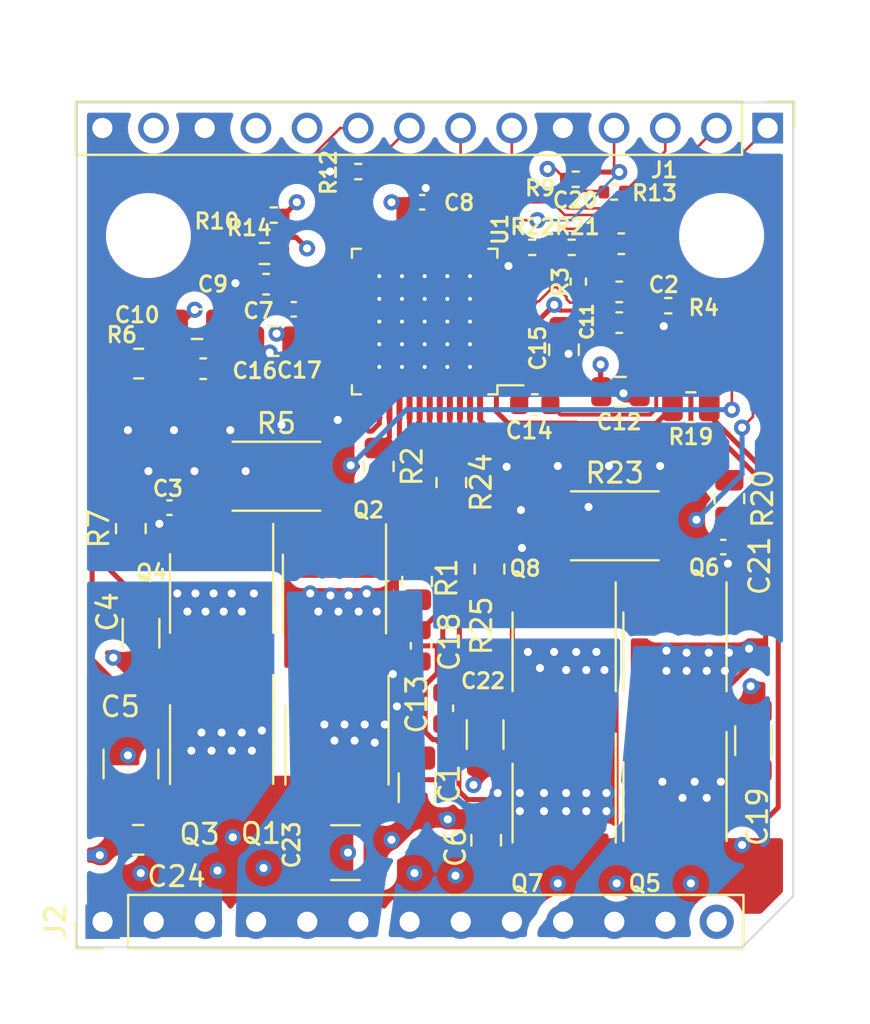
<source format=kicad_pcb>
(kicad_pcb (version 20211014) (generator pcbnew)
  (layers (0 "F.Cu" signal) (1 "In1.Cu" power) (2 "In2.Cu" power) (31 "B.Cu" signal) (34 "B.Paste" user) (35 "F.Paste" user) (36 "B.SilkS" user "B.Silkscreen") (37 "F.SilkS" user "F.Silkscreen") (38 "B.Mask" user) (39 "F.Mask" user) (44 "Edge.Cuts" user))
  (net 0 "")
  (net 1 "+3V3")
  (net 2 "GND")
  (net 3 "VCC")
  (net 4 "/STEPPER DRIVER X/TMC5160_CPO")
  (net 5 "/STEPPER_DIAG0")
  (net 6 "/STEPPER DRIVER X/CB2")
  (net 7 "/STEPPER_COIL_B2")
  (net 8 "/STEPPER DRIVER X/CB1")
  (net 9 "/STEPPER_COIL_B1")
  (net 10 "/STEPPER DRIVER X/CA2")
  (net 11 "/STEPPER_COIL_A2")
  (net 12 "/STEPPER DRIVER X/CA1")
  (net 13 "/STEPPER_COIL_A1")
  (net 14 "/STEPPER DRIVER X/SRBH")
  (net 15 "/STEPPER DRIVER X/SRBL")
  (net 16 "/STEPPER DRIVER X/hbridge_A2/hbridge_low_side")
  (net 17 "/STEPPER DRIVER X/SRAH")
  (net 18 "/STEPPER DRIVER X/SRAL")
  (net 19 "/STEPPER DRIVER X/hbridge_A3/hbridge_low_side")
  (net 20 "Net-(Q1-Pad4)")
  (net 21 "Net-(Q2-Pad4)")
  (net 22 "Net-(Q3-Pad4)")
  (net 23 "Net-(Q4-Pad4)")
  (net 24 "Net-(Q5-Pad4)")
  (net 25 "Net-(Q6-Pad4)")
  (net 26 "Net-(Q7-Pad4)")
  (net 27 "Net-(Q8-Pad4)")
  (net 28 "/STEPPER DRIVER X/HB1")
  (net 29 "/STEPPER DRIVER X/LB1")
  (net 30 "/STEPPER DRIVER X/HB2")
  (net 31 "/STEPPER DRIVER X/LB2")
  (net 32 "/STEPPER DRIVER X/HA1")
  (net 33 "/STEPPER DRIVER X/LA1")
  (net 34 "/STEPPER DRIVER X/HA2")
  (net 35 "/STEPPER DRIVER X/LA2")
  (net 36 "/STEPPER_SCK")
  (net 37 "/STEPPER_MOSI")
  (net 38 "/STEPPER_MISO")
  (net 39 "/STEPPER_X_CSn")
  (net 40 "/STEPPER_X_STEP")
  (net 41 "/STEPPER_X_DIR")
  (net 43 "/STEPPER_X_ENn")
  (net 44 "/STEPPER DRIVER X/TMC5160_CPI")
  (net 45 "Net-(C9-Pad1)")
  (net 46 "Net-(C10-Pad2)")
  (net 47 "/STEPPER DRIVER X/5VOUT")
  (net 50 "+12V")
  (net 51 "/STEPPER DRIVER X/VSA")
  (net 52 "Net-(R13-Pad1)")
  (footprint "Resistor_SMD:R_0805_2012Metric" (layer "F.Cu") (at 118.92 122.36 -90)
    (fp_text reference "R24")
    (fp_text value "5.1R 1%")
  )
  (footprint "Capacitor_SMD:C_1206_3216Metric" (layer "F.Cu") (at 103.52 129.835 -90)
    (fp_text reference "C4")
    (fp_text value "1n 500V")
  )
  (footprint "Capacitor_SMD:C_0603_1608Metric" (layer "F.Cu") (at 109.728 112.522 180)
    (fp_text reference "C9")
    (fp_text value "470n 25V")
  )
  (footprint "Capacitor_SMD:C_1206_3216Metric" (layer "F.Cu") (at 133.92 135.16 90)
    (fp_text reference "C19")
    (fp_text value "1n 500V")
  )
  (footprint "Package_SO:SOIC-8_3.9x4.9mm_P1.27mm" (layer "F.Cu") (at 124.52 138.26 -90)
    (fp_text reference "Q7")
    (fp_text value "AO4264E")
  )
  (footprint "Capacitor_SMD:C_0805_2012Metric_Pad1.18x1.45mm_HandSolder" (layer "F.Cu") (at 120.65 140.1025 90)
    (fp_text reference "C6")
    (fp_text value "100n 100V")
  )
  (footprint "Capacitor_SMD:C_0603_1608Metric" (layer "F.Cu") (at 118.497246 133.56 -90)
    (fp_text reference "C13")
    (fp_text value "470n 25V")
  )
  (footprint "Package_SO:SOIC-8_3.9x4.9mm_P1.27mm" (layer "F.Cu") (at 113.12 127.8875 -90)
    (fp_text reference "Q2")
    (fp_text value "AO4264E")
  )
  (footprint "Package_SO:SOIC-8_3.9x4.9mm_P1.27mm" (layer "F.Cu") (at 113.245 135.3875 -90)
    (fp_text reference "Q1")
    (fp_text value "AO4264E")
  )
  (footprint "Capacitor_SMD:C_0603_1608Metric" (layer "F.Cu") (at 123.063 118.491)
    (fp_text reference "C14")
    (fp_text value "470n 25V")
  )
  (footprint "Capacitor_SMD:C_1210_3225Metric" (layer "F.Cu") (at 103.02 136.32 90)
    (fp_text reference "C5")
    (fp_text value "4.7uF 100V")
  )
  (footprint "Resistor_SMD:R_0402_1005Metric" (layer "F.Cu") (at 125.222 112.395 90)
    (fp_text reference "R3")
    (fp_text value "47R 1%")
  )
  (footprint "Connector_PinHeader_2.54mm:PinHeader_1x14_P2.54mm_Vertical" (layer "F.Cu") (at 134.62 104.775 -90)
    (fp_text reference "J1")
    (fp_text value "Conn_01x14")
  )
  (footprint "Package_SO:SOIC-8_3.9x4.9mm_P1.27mm" (layer "F.Cu") (at 124.52 130.76 -90)
    (fp_text reference "Q8")
    (fp_text value "AO4264E")
  )
  (footprint "Capacitor_SMD:C_0805_2012Metric_Pad1.18x1.45mm_HandSolder" (layer "F.Cu") (at 124.5108 115.7732 -90)
    (fp_text reference "C15")
    (fp_text value "100n 100V")
  )
  (footprint "Connector_PinHeader_2.54mm:PinHeader_1x13_P2.54mm_Vertical" (layer "F.Cu") (at 101.61 144.145 90)
    (fp_text reference "J2")
    (fp_text value "Conn_01x13")
  )
  (footprint "Capacitor_SMD:C_1206_3216Metric" (layer "F.Cu") (at 117.22 137.5 -90)
    (fp_text reference "C1")
    (fp_text value "1n 500V")
  )
  (footprint "Resistor_SMD:R_0402_1005Metric" (layer "F.Cu") (at 129.6904 113.5888)
    (fp_text reference "R4")
    (fp_text value "47R 1%")
  )
  (footprint "Package_SO:SOIC-8_3.9x4.9mm_P1.27mm" (layer "F.Cu") (at 130.02 130.76 -90)
    (fp_text reference "Q6")
    (fp_text value "AO4264E")
  )
  (footprint "Resistor_SMD:R_0805_2012Metric" (layer "F.Cu") (at 132.72 123.16 -90)
    (fp_text reference "R20")
    (fp_text value "5.1R 1%")
  )
  (footprint "MountingHole:MountingHole_3.2mm_M3" (layer "F.Cu") (at 132.334 110.109)
    (fp_text reference "H2" hide)
    (fp_text value "MountingHole")
  )
  (footprint "Capacitor_SMD:C_0603_1608Metric" (layer "F.Cu") (at 117.42 130.46 -90)
    (fp_text reference "C18")
    (fp_text value "470n 25V")
  )
  (footprint "Resistor_SMD:R_0402_1005Metric" (layer "F.Cu") (at 114.3 106.934)
    (fp_text reference "R12")
    (fp_text value "10k 1%")
  )
  (footprint "Capacitor_SMD:C_0402_1005Metric" (layer "F.Cu") (at 132.42 125.56)
    (fp_text reference "C21")
    (fp_text value "100n 50V")
  )
  (footprint "Capacitor_SMD:C_1206_3216Metric" (layer "F.Cu") (at 120.597246 134.86 -90)
    (fp_text reference "C22")
    (fp_text value "1n 500V")
  )
  (footprint "Resistor_SMD:R_2512_6332Metric" (layer "F.Cu") (at 110.236 122.047)
    (fp_text reference "R5")
    (fp_text value "30mR 2W")
  )
  (footprint "Resistor_SMD:R_0402_1005Metric" (layer "F.Cu") (at 127 107.95)
    (fp_text reference "R13")
    (fp_text value "33")
  )
  (footprint "Resistor_SMD:R_2512_6332Metric" (layer "F.Cu") (at 127.03 124.505)
    (fp_text reference "R23")
    (fp_text value "30mR 2W")
  )
  (footprint "Resistor_SMD:R_0402_1005Metric" (layer "F.Cu") (at 125.095 107.315 180)
    (fp_text reference "R9")
    (fp_text value "10k 1%")
  )
  (footprint "Capacitor_SMD:C_1210_3225Metric" (layer "F.Cu") (at 113.665 140.716)
    (fp_text reference "C23")
    (fp_text value "4.7uF 100V")
  )
  (footprint "Capacitor_SMD:C_0603_1608Metric" (layer "F.Cu") (at 127.254 112.903 180)
    (fp_text reference "C2")
    (fp_text value "2.2n 50V")
  )
  (footprint "Capacitor_SMD:C_0805_2012Metric_Pad1.18x1.45mm_HandSolder" (layer "F.Cu") (at 110.0836 115.3414 180)
    (fp_text reference "C17")
    (fp_text value "100n 100V")
  )
  (footprint "Capacitor_SMD:C_0805_2012Metric" (layer "F.Cu") (at 127.315 117.856)
    (fp_text reference "C12")
    (fp_text value "2.2u 50V")
  )
  (footprint "Capacitor_SMD:C_0402_1005Metric" (layer "F.Cu") (at 104.93 123.605 180)
    (fp_text reference "C3")
    (fp_text value "100n 50V")
  )
  (footprint "Capacitor_SMD:C_0603_1608Metric" (layer "F.Cu") (at 127.3556 110.5154)
    (fp_text reference "C20")
    (fp_text value "2.2n 50V")
  )
  (footprint "Resistor_SMD:R_0805_2012Metric" (layer "F.Cu") (at 115.32 121.56 -90)
    (fp_text reference "R2")
    (fp_text value "5.1R 1%")
  )
  (footprint "Resistor_SMD:R_0402_1005Metric" (layer "F.Cu") (at 124.8918 110.6932)
    (fp_text reference "R21")
    (fp_text value "47R 1%")
  )
  (footprint "Resistor_SMD:R_0805_2012Metric" (layer "F.Cu") (at 103.015 124.645 -90)
    (fp_text reference "R7")
    (fp_text value "5.1R 1%")
  )
  (footprint "Package_SO:SOIC-8_3.9x4.9mm_P1.27mm" (layer "F.Cu") (at 130.02 138.1875 -90)
    (fp_text reference "Q5")
    (fp_text value "AO4264E")
  )
  (footprint "Capacitor_SMD:C_0603_1608Metric" (layer "F.Cu") (at 127.254 114.427)
    (fp_text reference "C11")
    (fp_text value "2.2u 16V")
  )
  (footprint "Package_SO:SOIC-8_3.9x4.9mm_P1.27mm" (layer "F.Cu") (at 107.52 135.36 -90)
    (fp_text reference "Q3")
    (fp_text value "AO4264E")
  )
  (footprint "Resistor_SMD:R_0805_2012Metric" (layer "F.Cu") (at 130.81 118.618)
    (fp_text reference "R19")
    (fp_text value "5.1R 1%")
  )
  (footprint "Package_SO:SOIC-8_3.9x4.9mm_P1.27mm" (layer "F.Cu") (at 107.52 127.86 -90)
    (fp_text reference "Q4")
    (fp_text value "AO4264E")
  )
  (footprint "Resistor_SMD:R_0805_2012Metric" (layer "F.Cu") (at 117.22 127.26 -90)
    (fp_text reference "R1")
    (fp_text value "5.1R 1%")
  )
  (footprint "Capacitor_SMD:C_0402_1005Metric" (layer "F.Cu") (at 111.0996 113.7666 180)
    (fp_text reference "C7")
    (fp_text value "22n 100V")
  )
  (footprint "Resistor_SMD:R_0805_2012Metric" (layer "F.Cu") (at 120.815 126.65 -90)
    (fp_text reference "R25")
    (fp_text value "5.1R 1%")
  )
  (footprint "Capacitor_SMD:C_0402_1005Metric" (layer "F.Cu") (at 117.475 108.458)
    (fp_text reference "C8")
    (fp_text value "100n 50V")
  )
  (footprint "Resistor_SMD:R_0603_1608Metric" (layer "F.Cu") (at 109.647246 110.998 180)
    (fp_text reference "R14")
    (fp_text value "2.2R")
  )
  (footprint "Capacitor_SMD:C_0805_2012Metric_Pad1.18x1.45mm_HandSolder" (layer "F.Cu") (at 106.299 114.5032)
    (fp_text reference "C10")
    (fp_text value "100n 100V")
  )
  (footprint "Resistor_SMD:R_0805_2012Metric" (layer "F.Cu") (at 103.4034 116.459 180)
    (fp_text reference "R6")
    (fp_text value "5.1R 1%")
  )
  (footprint "MountingHole:MountingHole_3.2mm_M3" (layer "F.Cu") (at 103.886 110.109)
    (fp_text reference "H1" hide)
    (fp_text value "MountingHole")
  )
  (footprint "Package_QFP:TQFP-48-1EP_7x7mm_P0.5mm_EP5x5mm_ThermalVias" (layer "F.Cu") (at 117.597246 114.375 180)
    (fp_text reference "U1")
    (fp_text value "TMC2160A-TA-T")
  )
  (footprint "Capacitor_SMD:C_0805_2012Metric_Pad1.18x1.45mm_HandSolder" (layer "F.Cu") (at 103.378 140.081 180)
    (fp_text reference "C24")
    (fp_text value "100n 100V")
  )
  (footprint "Capacitor_SMD:C_0603_1608Metric" (layer "F.Cu") (at 106.6038 116.713 180)
    (fp_text reference "C16")
    (fp_text value "470n 25V")
  )
  (footprint "Resistor_SMD:R_0402_1005Metric" (layer "F.Cu") (at 110.109 109.093)
    (fp_text reference "R10")
    (fp_text value "10k 1%")
  )
  (footprint "Resistor_SMD:R_0402_1005Metric" (layer "F.Cu") (at 122.936 110.6932 180)
    (fp_text reference "R22")
    (fp_text value "47R 1%")
  )
  (gr_line (start 100.33 103.505) (end 135.89 103.505) (layer "Edge.Cuts") (width 0.1))
  (gr_line (start 133.35 145.415) (end 100.33 145.415) (layer "Edge.Cuts") (width 0.1))
  (gr_line (start 100.33 145.415) (end 100.33 103.505) (layer "Edge.Cuts") (width 0.1))
  (gr_line (start 135.89 142.875) (end 133.35 145.415) (layer "Edge.Cuts") (width 0.1))
  (gr_line (start 135.89 103.505) (end 135.89 142.875) (layer "Edge.Cuts") (width 0.1))
  (segment (start 110.619 109.091) (end 111.252 108.458) (width 0.256) (layer "F.Cu") (net 1))
  (segment (start 116.741726 109.001726) (end 116.741726 110.2125) (width 0.512) (layer "F.Cu") (net 1))
  (segment (start 124.585 107.315) (end 124.077 106.807) (width 0.127) (layer "F.Cu") (net 1))
  (segment (start 115.847246 110.2125) (end 116.347246 110.2125) (width 0.127) (layer "F.Cu") (net 1))
  (segment (start 116.995 108.458) (end 115.951 108.458) (width 0.512) (layer "F.Cu") (net 1))
  (segment (start 116.995 108.458) (end 116.995 109.064746) (width 0.512) (layer "F.Cu") (net 1))
  (segment (start 124.077 106.807) (end 123.698 106.807) (width 0.127) (layer "F.Cu") (net 1))
  (segment (start 110.619 109.093) (end 110.619 109.091) (width 0.256) (layer "F.Cu") (net 1))
  (segment (start 116.452766 108.807234) (end 116.452766 110.2125) (width 0.512) (layer "F.Cu") (net 1))
  (segment (start 116.995 109.064746) (end 115.952766 110.10698) (width 0.512) (layer "F.Cu") (net 1))
  (segment (start 116.84 108.752215) (end 116.741726 108.850489) (width 1) (layer "F.Cu") (net 1))
  (via (at 111.252 108.458) (size 0.8) (drill 0.4) (layers "F.Cu" "B.Cu") (net 1))
  (via (at 115.951 108.458) (size 0.8) (drill 0.4) (layers "F.Cu" "B.Cu") (net 1))
  (via (at 123.698 106.807) (size 0.8) (drill 0.4) (layers "F.Cu" "B.Cu") (net 1))
  (segment (start 121.759746 112.125) (end 119.847246 112.125) (width 0.25) (layer "F.Cu") (net 2))
  (segment (start 128.029 114.427) (end 129.286 114.427) (width 0.127) (layer "F.Cu") (net 2))
  (segment (start 117.347246 109.496968) (end 117.6528 109.191414) (width 0.127) (layer "F.Cu") (net 2))
  (segment (start 113.434746 114.125) (end 115.097246 114.125) (width 0.25) (layer "F.Cu") (net 2))
  (segment (start 115.347246 112.125) (end 115.347246 111.686264) (width 0.127) (layer "F.Cu") (net 2))
  (segment (start 109.335242 115.3414) (end 109.9058 115.911958) (width 0.127) (layer "F.Cu") (net 2))
  (segment (start 117.347246 110.2125) (end 117.347246 109.496968) (width 0.127) (layer "F.Cu") (net 2))
  (segment (start 132.9 126.130926) (end 132.6495 126.381426) (width 0.2) (layer "F.Cu") (net 2))
  (segment (start 120.52 136.86) (end 120.52 136.335) (width 0.25) (layer "F.Cu") (net 2))
  (segment (start 102.3405 140.081) (end 101.5785 140.843) (width 1) (layer "F.Cu") (net 2))
  (segment (start 133.92 133.685) (end 133.92 132.6055) (width 0.25) (layer "F.Cu") (net 2))
  (segment (start 124.5108 116.2021) (end 124.7394 115.9735) (width 0.127) (layer "F.Cu") (net 2))
  (segment (start 108.953 112.522) (end 108.2548 112.522) (width 0.25) (layer "F.Cu") (net 2))
  (segment (start 120.02 137.36) (end 120.52 136.86) (width 0.25) (layer "F.Cu") (net 2))
  (segment (start 121.259746 112.125) (end 121.759746 111.625) (width 0.25) (layer "F.Cu") (net 2))
  (segment (start 114.847246 111.186264) (end 114.847246 110.2125) (width 0.127) (layer "F.Cu") (net 2))
  (segment (start 119.847246 114.375) (end 120.097246 114.625) (width 0.25) (layer "F.Cu") (net 2))
  (segment (start 120.65 139.065) (end 118.745 139.065) (width 1) (layer "F.Cu") (net 2))
  (segment (start 129.286 114.427) (end 129.4638 114.6048) (width 0.127) (layer "F.Cu") (net 2))
  (segment (start 121.75607 111.54093) (end 122.6038 110.6932) (width 0.25) (layer "F.Cu") (net 2))
  (segment (start 115.347246 111.686264) (end 114.847246 111.186264) (width 0.127) (layer "F.Cu") (net 2))
  (segment (start 108.2548 112.522) (end 108.204 112.4712) (width 0.25) (layer "F.Cu") (net 2))
  (segment (start 113.79 106.934) (end 112.903 106.934) (width 0.127) (layer "F.Cu") (net 2))
  (segment (start 117.22 138.975) (end 118.655 138.975) (width 1) (layer "F.Cu") (net 2))
  (segment (start 117.057 138.975) (end 115.951 140.081) (width 1) (layer "F.Cu") (net 2))
  (segment (start 115.097246 114.125) (end 115.347246 114.375) (width 0.25) (layer "F.Cu") (net 2))
  (segment (start 103.52 131.31) (end 102.406799 131.31) (width 0.25) (layer "F.Cu") (net 2))
  (segment (start 119.847246 112.125) (end 121.259746 112.125) (width 0.25) (layer "F.Cu") (net 2))
  (segment (start 104.45 124.385) (end 104.43 124.405) (width 0.25) (layer "F.Cu") (net 2))
  (segment (start 127.5407 117.856) (end 127.4645 117.9322) (width 0.127) (layer "F.Cu") (net 2))
  (segment (start 117.6528 109.191414) (end 117.6528 107.7494) (width 0.127) (layer "F.Cu") (net 2))
  (segment (start 128.265 117.856) (end 127.5407 117.856) (width 0.127) (layer "F.Cu") (net 2))
  (segment (start 104.45 123.605) (end 104.45 124.385) (width 0.25) (layer "F.Cu") (net 2))
  (segment (start 132.9 125.56) (end 132.9 126.130926) (width 0.2) (layer "F.Cu") (net 2))
  (segment (start 103.02 135.74) (end 102.87 135.89) (width 1) (layer "F.Cu") (net 2))
  (segment (start 117.347246 111.875) (end 117.597246 112.125) (width 0.2) (layer "F.Cu") (net 2))
  (segment (start 115.316 140.716) (end 115.951 140.081) (width 0.512) (layer "F.Cu") (net 2))
  (segment (start 124.5108 116.8615) (end 124.5108 116.2021) (width 0.127) (layer "F.Cu") (net 2))
  (segment (start 117.347246 110.2125) (end 117.347246 111.875) (width 0.2) (layer "F.Cu") (net 2))
  (segment (start 120.097246 114.625) (end 121.759746 114.625) (width 0.25) (layer "F.Cu") (net 2))
  (segment (start 103.02 134.845) (end 103.02 135.74) (width 1) (layer "F.Cu") (net 2))
  (segment (start 133.92 132.6055) (end 133.7745 132.46) (width 0.25) (layer "F.Cu") (net 2))
  (segment (start 101.5785 140.843) (end 101.473 140.843) (width 1) (layer "F.Cu") (net 2))
  (segment (start 121.75607 111.617226) (end 121.75607 111.54093) (width 0.25) (layer "F.Cu") (net 2))
  (segment (start 102.406799 131.31) (end 102.1445 131.047701) (width 0.25) (layer "F.Cu") (net 2))
  (segment (start 118.655 138.975) (end 118.745 139.065) (width 1) (layer "F.Cu") (net 2))
  (via (at 107.95 119.761) (size 0.8) (drill 0.4) (layers "F.Cu" "B.Cu") (net 2))
  (via (at 127.4645 117.9322) (size 0.8) (drill 0.4) (layers "F.Cu" "B.Cu") (net 2))
  (via (at 121.666 121.5765) (size 0.8) (drill 0.4) (layers "F.Cu" "B.Cu") (net 2))
  (via (at 117.6528 107.7494) (size 0.8) (drill 0.4) (layers "F.Cu" "B.Cu") (net 2))
  (via (at 129.4638 114.6048) (size 0.8) (drill 0.4) (layers "F.Cu" "B.Cu") (net 2))
  (via (at 121.75607 111.617226) (size 0.8) (drill 0.4) (layers "F.Cu" "B.Cu") (net 2))
  (via (at 133.7745 132.46) (size 0.8) (drill 0.4) (layers "F.Cu" "B.Cu") (net 2))
  (via (at 118.745 139.065) (size 0.8) (drill 0.4) (layers "F.Cu" "B.Cu") (net 2))
  (via (at 109.9058 115.911958) (size 0.8) (drill 0.4) (layers "F.Cu" "B.Cu") (net 2))
  (via (at 125.73 123.571) (size 0.8) (drill 0.4) (layers "F.Cu" "B.Cu") (net 2))
  (via (at 110.49 119.507) (size 0.8) (drill 0.4) (layers "F.Cu" "B.Cu") (net 2))
  (via (at 105.156 119.761) (size 0.8) (drill 0.4) (layers "F.Cu" "B.Cu") (net 2))
  (via (at 120.02 137.36) (size 0.8) (drill 0.4) (layers "F.Cu" "B.Cu") (net 2))
  (via (at 129.286 121.539) (size 0.8) (drill 0.4) (layers "F.Cu" "B.Cu") (net 2))
  (via (at 126.746 121.539) (size 0.8) (drill 0.4) (layers "F.Cu" "B.Cu") (net 2))
  (via (at 112.903 106.934) (size 0.8) (drill 0.4) (layers "F.Cu" "B.Cu") (net 2))
  (via (at 103.886 121.793) (size 0.8) (drill 0.4) (layers "F.Cu" "B.Cu") (net 2))
  (via (at 124.206 121.539) (size 0.8) (drill 0.4) (layers "F.Cu" "B.Cu") (net 2))
  (via (at 122.3772 123.7234) (size 0.8) (drill 0.4) (layers "F.Cu" "B.Cu") (net 2))
  (via (at 132.6495 126.381426) (size 0.8) (drill 0.4) (layers "F.Cu" "B.Cu") (net 2))
  (via (at 108.712 121.793) (size 0.8) (drill 0.4) (layers "F.Cu" "B.Cu") (net 2))
  (via (at 108.204 112.4712) (size 0.8) (drill 0.4) (layers "F.Cu" "B.Cu") (net 2))
  (via (at 106.172 121.793) (size 0.8) (drill 0.4) (layers "F.Cu" "B.Cu") (net 2))
  (via (at 101.473 140.843) (size 0.8) (drill 0.4) (layers "F.Cu" "B.Cu") (net 2))
  (via (at 122.428 125.603) (size 0.8) (drill 0.4) (layers "F.Cu" "B.Cu") (net 2))
  (via (at 115.951 140.081) (size 0.8) (drill 0.4) (layers "F.Cu" "B.Cu") (net 2))
  (via (at 113.284 119.253) (size 0.8) (drill 0.4) (layers "F.Cu" "B.Cu") (net 2))
  (via (at 124.7394 115.9735) (size 0.8) (drill 0.4) (layers "F.Cu" "B.Cu") (net 2))
  (via (at 102.87 135.89) (size 0.8) (drill 0.4) (layers "F.Cu" "B.Cu") (net 2))
  (via (at 102.87 119.761) (size 0.8) (drill 0.4) (layers "F.Cu" "B.Cu") (net 2))
  (via (at 104.43 124.405) (size 0.8) (drill 0.4) (layers "F.Cu" "B.Cu") (net 2))
  (via (at 102.1445 131.047701) (size 0.8) (drill 0.4) (layers "F.Cu" "B.Cu") (net 2))
  (segment (start 113.434746 115.625) (end 111.4047 115.625) (width 0.127) (layer "F.Cu") (net 3))
  (segment (start 105.470344 114.5032) (end 106.183593 113.789951) (width 0.256) (layer "F.Cu") (net 3))
  (segment (start 110.615995 115.3414) (end 110.247144 114.972549) (width 0.127) (layer "F.Cu") (net 3))
  (via (at 133.35 140.335) (size 0.8) (drill 0.4) (layers "F.Cu" "B.Cu") (net 3))
  (via (at 106.183593 113.789951) (size 0.8) (drill 0.4) (layers "F.Cu" "B.Cu") (net 3))
  (via (at 107.315 141.605) (size 0.8) (drill 0.4) (layers "F.Cu" "B.Cu") (net 3))
  (via (at 124.206 142.24) (size 0.8) (drill 0.4) (layers "F.Cu" "B.Cu") (net 3))
  (via (at 109.601 141.478) (size 0.8) (drill 0.4) (layers "F.Cu" "B.Cu") (net 3))
  (via (at 108.077 139.954) (size 0.8) (drill 0.4) (layers "F.Cu" "B.Cu") (net 3))
  (via (at 103.505 141.732) (size 0.8) (drill 0.4) (layers "F.Cu" "B.Cu") (net 3))
  (via (at 113.792 140.716) (size 0.8) (drill 0.4) (layers "F.Cu" "B.Cu") (net 3))
  (via (at 130.81 142.24) (size 0.8) (drill 0.4) (layers "F.Cu" "B.Cu") (net 3))
  (via (at 110.247144 114.972549) (size 0.8) (drill 0.4) (layers "F.Cu" "B.Cu") (net 3))
  (via (at 119.126 141.859) (size 0.8) (drill 0.4) (layers "F.Cu" "B.Cu") (net 3))
  (via (at 117.094 141.732) (size 0.8) (drill 0.4) (layers "F.Cu" "B.Cu") (net 3))
  (via (at 127.127 142.24) (size 0.8) (drill 0.4) (layers "F.Cu" "B.Cu") (net 3))
  (segment (start 111.605 113.919) (end 111.840756 113.919) (width 0.127) (layer "F.Cu") (net 4))
  (segment (start 111.840756 113.919) (end 112.546756 114.625) (width 0.127) (layer "F.Cu") (net 4))
  (segment (start 112.546756 114.625) (end 113.434746 114.625) (width 0.127) (layer "F.Cu") (net 4))
  (segment (start 113.41 104.775) (end 114.3 104.775) (width 0.127) (layer "F.Cu") (net 5))
  (segment (start 113.9825 110.5535) (end 113.10502 109.67602) (width 0.127) (layer "F.Cu") (net 5))
  (segment (start 112.632234 111.21198) (end 113.32402 111.21198) (width 0.127) (layer "F.Cu") (net 5))
  (segment (start 112.719214 112.125) (end 112.434226 111.840012) (width 0.127) (layer "F.Cu") (net 5))
  (segment (start 109.599 108.586) (end 113.41 104.775) (width 0.127) (layer "F.Cu") (net 5))
  (segment (start 109.599 109.093) (end 109.599 108.586) (width 0.127) (layer "F.Cu") (net 5))
  (segment (start 113.10502 109.67602) (end 110.18202 109.67602) (width 0.127) (layer "F.Cu") (net 5))
  (segment (start 112.434226 111.840012) (end 112.434226 111.409988) (width 0.127) (layer "F.Cu") (net 5))
  (segment (start 110.18202 109.67602) (end 109.599 109.093) (width 0.127) (layer "F.Cu") (net 5))
  (segment (start 113.434746 112.125) (end 112.719214 112.125) (width 0.127) (layer "F.Cu") (net 5))
  (segment (start 113.32402 111.21198) (end 113.9825 110.5535) (width 0.127) (layer "F.Cu") (net 5))
  (segment (start 112.434226 111.409988) (end 112.632234 111.21198) (width 0.127) (layer "F.Cu") (net 5))
  (segment (start 118.87048 128.870238) (end 118.497246 129.243472) (width 0.25) (layer "F.Cu") (net 6))
  (segment (start 117.847246 118.5375) (end 117.847246 124.387246) (width 0.25) (layer "F.Cu") (net 6))
  (segment (start 118.87048 125.83727) (end 118.87048 128.870238) (width 0.25) (layer "F.Cu") (net 6))
  (segment (start 118.497246 125.464035) (end 118.87048 125.83727) (width 0.25) (layer "F.Cu") (net 6))
  (segment (start 118.497246 130.101529) (end 118.66952 130.273803) (width 0.25) (layer "F.Cu") (net 6))
  (segment (start 117.847246 124.387246) (end 118.497246 125.037246) (width 0.25) (layer "F.Cu") (net 6))
  (segment (start 118.66952 130.273803) (end 118.66952 131.996305) (width 0.25) (layer "F.Cu") (net 6))
  (segment (start 118.66952 131.996305) (end 118.497246 132.168579) (width 0.25) (layer "F.Cu") (net 6))
  (segment (start 118.497246 132.168579) (end 118.497246 132.662246) (width 0.25) (layer "F.Cu") (net 6))
  (segment (start 118.497246 129.243472) (end 118.497246 130.101529) (width 0.25) (layer "F.Cu") (net 6))
  (segment (start 118.497246 125.037246) (end 118.497246 125.464035) (width 0.25) (layer "F.Cu") (net 6))
  (segment (start 119.94452 124.511303) (end 119.79048 124.665343) (width 0.25) (layer "F.Cu") (net 7))
  (segment (start 119.306198 120.61048) (end 119.607973 120.61048) (width 0.25) (layer "F.Cu") (net 7))
  (segment (start 121.947246 132.567246) (end 122.615 133.235) (width 0.25) (layer "F.Cu") (net 7))
  (segment (start 119.295489 137.660103) (end 119.719897 138.084511) (width 0.25) (layer "F.Cu") (net 7))
  (segment (start 123.885 135.408928) (end 121.695713 133.219641) (width 0.25) (layer "F.Cu") (net 7))
  (segment (start 119.94452 120.947027) (end 119.94452 124.511303) (width 0.25) (layer "F.Cu") (net 7))
  (segment (start 121.947246 128.65) (end 121.947246 132.567246) (width 0.25) (layer "F.Cu") (net 7))
  (segment (start 121.696766 128.39952) (end 121.947246 128.65) (width 0.25) (layer "F.Cu") (net 7))
  (segment (start 119.79048 124.665343) (end 119.79048 128.062973) (width 0.25) (layer "F.Cu") (net 7))
  (segment (start 120.127027 128.39952) (end 121.696766 128.39952) (width 0.25) (layer "F.Cu") (net 7))
  (segment (start 118.847246 118.5375) (end 118.847246 119.722964) (width 0.25) (layer "F.Cu") (net 7))
  (segment (start 118.62 134.335) (end 118.62 134.924283) (width 0.25) (layer "F.Cu") (net 7))
  (segment (start 118.847246 119.722964) (end 119.247246 120.122964) (width 0.25) (layer "F.Cu") (net 7))
  (segment (start 119.247246 120.551528) (end 119.306198 120.61048) (width 0.25) (layer "F.Cu") (net 7))
  (segment (start 119.719897 138.084511) (end 120.895489 138.084511) (width 0.25) (layer "F.Cu") (net 7))
  (segment (start 119.79048 128.062973) (end 120.127027 128.39952) (width 0.25) (layer "F.Cu") (net 7))
  (segment (start 120.895489 138.084511) (end 121.22 137.76) (width 0.25) (layer "F.Cu") (net 7))
  (segment (start 121.695713 133.219641) (end 120.685359 133.219641) (width 0.25) (layer "F.Cu") (net 7))
  (segment (start 119.295489 135.599772) (end 119.295489 137.660103) (width 0.25) (layer "F.Cu") (net 7))
  (segment (start 118.62 134.924283) (end 119.295489 135.599772) (width 0.25) (layer "F.Cu") (net 7))
  (segment (start 119.607973 120.61048) (end 119.94452 120.947027) (width 0.25) (layer "F.Cu") (net 7))
  (segment (start 119.247246 120.122964) (end 119.247246 120.551528) (width 0.25) (layer "F.Cu") (net 7))
  (via (at 126.62 138.66) (size 0.8) (drill 0.4) (layers "F.Cu" "B.Cu") (net 7))
  (via (at 126.52 131.66) (size 0.8) (drill 0.4) (layers "F.Cu" "B.Cu") (net 7))
  (via (at 125.62 131.66) (size 0.8) (drill 0.4) (layers "F.Cu" "B.Cu") (net 7))
  (via (at 123.52 138.66) (size 0.8) (drill 0.4) (layers "F.Cu" "B.Cu") (net 7))
  (via (at 122.32 137.76) (size 0.8) (drill 0.4) (layers "F.Cu" "B.Cu") (net 7))
  (via (at 124.62 138.66) (size 0.8) (drill 0.4) (layers "F.Cu" "B.Cu") (net 7))
  (via (at 125.62 138.66) (size 0.8) (drill 0.4) (layers "F.Cu" "B.Cu") (net 7))
  (via (at 126.62 137.76) (size 0.8) (drill 0.4) (layers "F.Cu" "B.Cu") (net 7))
  (via (at 122.72 130.76) (size 0.8) (drill 0.4) (layers "F.Cu" "B.Cu") (net 7))
  (via (at 125.62 137.76) (size 0.8) (drill 0.4) (layers "F.Cu" "B.Cu") (net 7))
  (via (at 123.52 137.76) (size 0.8) (drill 0.4) (layers "F.Cu" "B.Cu") (net 7))
  (via (at 124.62 137.76) (size 0.8) (drill 0.4) (layers "F.Cu" "B.Cu") (net 7))
  (via (at 124.02 130.76) (size 0.8) (drill 0.4) (layers "F.Cu" "B.Cu") (net 7))
  (via (at 122.32 138.66) (size 0.8) (drill 0.4) (layers "F.Cu" "B.Cu") (net 7))
  (via (at 121.22 137.76) (size 0.8) (drill 0.4) (layers "F.Cu" "B.Cu") (net 7))
  (via (at 124.62 131.66) (size 0.8) (drill 0.4) (layers "F.Cu" "B.Cu") (net 7))
  (via (at 126.12 130.76) (size 0.8) (drill 0.4) (layers "F.Cu" "B.Cu") (net 7))
  (via (at 125.12 130.76) (size 0.8) (drill 0.4) (layers "F.Cu" "B.Cu") (net 7))
  (via (at 123.32 131.56) (size 0.8) (drill 0.4) (layers "F.Cu" "B.Cu") (net 7))
  (segment (start 122.792016 116.896837) (end 122.520179 116.625) (width 0.1905) (layer "F.Cu") (net 8))
  (segment (start 122.288 118.491) (end 122.792016 117.986984) (width 0.1905) (layer "F.Cu") (net 8))
  (segment (start 122.792016 117.986984) (end 122.792016 116.896837) (width 0.1905) (layer "F.Cu") (net 8))
  (segment (start 122.476039 116.625) (end 122.501519 116.65048) (width 0.25) (layer "F.Cu") (net 8))
  (segment (start 121.759746 116.625) (end 122.476039 116.625) (width 0.25) (layer "F.Cu") (net 8))
  (segment (start 122.520179 116.625) (end 121.759746 116.625) (width 0.1905) (layer "F.Cu") (net 8))
  (segment (start 130.81 119.761) (end 130.81 118.005507) (width 0.25) (layer "F.Cu") (net 9))
  (segment (start 131.941665 119.885969) (end 134.52 122.464304) (width 0.25) (layer "F.Cu") (net 9))
  (segment (start 130.81 118.005507) (end 130.397973 117.59348) (width 0.25) (layer "F.Cu") (net 9))
  (segment (start 120.347246 118.5375) (end 120.347246 119.261399) (width 0.25) (layer "F.Cu") (net 9))
  (segment (start 129.09023 117.942349) (end 129.439099 117.59348) (width 0.1905) (layer "F.Cu") (net 9))
  (segment (start 130.934969 119.885969) (end 130.81 119.761) (width 0.25) (layer "F.Cu") (net 9))
  (segment (start 124.338698 118.991698) (end 128.785302 118.991698) (width 0.1905) (layer "F.Cu") (net 9))
  (segment (start 124.944157 119.88596) (end 130.93496 119.88596) (width 0.25) (layer "F.Cu") (net 9))
  (segment (start 130.934969 119.885969) (end 131.941665 119.885969) (width 0.25) (layer "F.Cu") (net 9))
  (segment (start 123.838 118.491) (end 124.338698 118.991698) (width 0.1905) (layer "F.Cu") (net 9))
  (segment (start 134.52 130.64) (end 131.925 133.235) (width 0.25) (layer "F.Cu") (net 9))
  (segment (start 120.347246 119.261399) (end 120.946817 119.86097) (width 0.25) (layer "F.Cu") (net 9))
  (segment (start 128.785302 118.991698) (end 129.09023 118.68677) (width 0.1905) (layer "F.Cu") (net 9))
  (segment (start 124.919167 119.86097) (end 124.944157 119.88596) (width 0.25) (layer "F.Cu") (net 9))
  (segment (start 129.439099 117.59348) (end 130.397973 117.59348) (width 0.1905) (layer "F.Cu") (net 9))
  (segment (start 129.09023 118.68677) (end 129.09023 117.942349) (width 0.1905) (layer "F.Cu") (net 9))
  (segment (start 120.946817 119.86097) (end 124.919167 119.86097) (width 0.25) (layer "F.Cu") (net 9))
  (segment (start 134.52 122.464304) (end 134.52 130.64) (width 0.25) (layer "F.Cu") (net 9))
  (segment (start 130.93496 119.88596) (end 130.934969 119.885969) (width 0.25) (layer "F.Cu") (net 9))
  (via (at 129.597246 130.7) (size 0.8) (drill 0.4) (layers "F.Cu" "B.Cu") (net 9))
  (via (at 130.597246 130.8) (size 0.8) (drill 0.4) (layers "F.Cu" "B.Cu") (net 9))
  (via (at 133.697246 130.6) (size 0.8) (drill 0.4) (layers "F.Cu" "B.Cu") (net 9))
  (via (at 132.497246 131.7) (size 0.8) (drill 0.4) (layers "F.Cu" "B.Cu") (net 9))
  (via (at 129.597246 131.7) (size 0.8) (drill 0.4) (layers "F.Cu" "B.Cu") (net 9))
  (via (at 131.597246 138) (size 0.8) (drill 0.4) (layers "F.Cu" "B.Cu") (net 9))
  (via (at 131.697246 130.8) (size 0.8) (drill 0.4) (layers "F.Cu" "B.Cu") (net 9))
  (via (at 129.397246 137.2) (size 0.8) (drill 0.4) (layers "F.Cu" "B.Cu") (net 9))
  (via (at 130.397246 138) (size 0.8) (drill 0.4) (layers "F.Cu" "B.Cu") (net 9))
  (via (at 131.597246 131.7) (size 0.8) (drill 0.4) (layers "F.Cu" "B.Cu") (net 9))
  (via (at 132.297246 137.2) (size 0.8) (drill 0.4) (layers "F.Cu" "B.Cu") (net 9))
  (via (at 132.697246 130.8) (size 0.8) (drill 0.4) (layers "F.Cu" "B.Cu") (net 9))
  (via (at 130.597246 131.7) (size 0.8) (drill 0.4) (layers "F.Cu" "B.Cu") (net 9))
  (via (at 130.997246 137.2) (size 0.8) (drill 0.4) (layers "F.Cu" "B.Cu") (net 9))
  (segment (start 113.434746 116.625) (end 112.280504 116.625) (width 0.25) (layer "F.Cu") (net 10))
  (segment (start 107.802569 117.085969) (end 107.3788 116.6622) (width 0.25) (layer "F.Cu") (net 10))
  (segment (start 111.819535 117.085969) (end 107.802569 117.085969) (width 0.25) (layer "F.Cu") (net 10))
  (segment (start 112.280504 116.625) (end 111.819535 117.085969) (width 0.25) (layer "F.Cu") (net 10))
  (segment (start 105.8288 117.050842) (end 106.782958 118.005) (width 0.25) (layer "F.Cu") (net 11))
  (segment (start 104.897711 117.555489) (end 105.791 116.6622) (width 0.25) (layer "F.Cu") (net 11))
  (segment (start 105.8288 116.713) (end 105.8288 117.050842) (width 0.25) (layer "F.Cu") (net 11))
  (segment (start 105.615 130.335) (end 101.541511 126.261511) (width 0.25) (layer "F.Cu") (net 11))
  (segment (start 101.541511 126.261511) (end 101.541511 119.057785) (width 0.25) (layer "F.Cu") (net 11))
  (segment (start 106.782958 118.005) (end 114.314746 118.005) (width 0.25) (layer "F.Cu") (net 11))
  (segment (start 101.541511 119.057785) (end 103.043807 117.555489) (width 0.25) (layer "F.Cu") (net 11))
  (segment (start 103.043807 117.555489) (end 104.897711 117.555489) (width 0.25) (layer "F.Cu") (net 11))
  (segment (start 114.314746 118.005) (end 114.847246 118.5375) (width 0.25) (layer "F.Cu") (net 11))
  (via (at 108.52 134.76) (size 0.8) (drill 0.4) (layers "F.Cu" "B.Cu") (net 11))
  (via (at 105.32 127.86) (size 0.8) (drill 0.4) (layers "F.Cu" "B.Cu") (net 11))
  (via (at 107.62 128.76) (size 0.8) (drill 0.4) (layers "F.Cu" "B.Cu") (net 11))
  (via (at 106.02 135.66) (size 0.8) (drill 0.4) (layers "F.Cu" "B.Cu") (net 11))
  (via (at 108.52 128.76) (size 0.8) (drill 0.4) (layers "F.Cu" "B.Cu") (net 11))
  (via (at 107.02 135.66) (size 0.8) (drill 0.4) (layers "F.Cu" "B.Cu") (net 11))
  (via (at 106.22 127.86) (size 0.8) (drill 0.4) (layers "F.Cu" "B.Cu") (net 11))
  (via (at 106.52 134.76) (size 0.8) (drill 0.4) (layers "F.Cu" "B.Cu") (net 11))
  (via (at 109.52 134.66) (size 0.8) (drill 0.4) (layers "F.Cu" "B.Cu") (net 11))
  (via (at 108.02 135.66) (size 0.8) (drill 0.4) (layers "F.Cu" "B.Cu") (net 11))
  (via (at 106.72 128.76) (size 0.8) (drill 0.4) (layers "F.Cu" "B.Cu") (net 11))
  (via (at 109.12 127.86) (size 0.8) (drill 0.4) (layers "F.Cu" "B.Cu") (net 11))
  (via (at 109.02 135.66) (size 0.8) (drill 0.4) (layers "F.Cu" "B.Cu") (net 11))
  (via (at 108.02 127.86) (size 0.8) (drill 0.4) (layers "F.Cu" "B.Cu") (net 11))
  (via (at 107.52 134.76) (size 0.8) (drill 0.4) (layers "F.Cu" "B.Cu") (net 11))
  (via (at 105.82 128.76) (size 0.8) (drill 0.4) (layers "F.Cu" "B.Cu") (net 11))
  (via (at 107.12 127.86) (size 0.8) (drill 0.4) (layers "F.Cu" "B.Cu") (net 11))
  (segment (start 118.42096 128.68404) (end 117.42 129.685) (width 0.25) (layer "F.Cu") (net 12))
  (segment (start 117.296766 119.390486) (end 117.296766 124.936766) (width 0.25) (layer "F.Cu") (net 12))
  (segment (start 117.907973 125.51048) (end 118.42096 126.023467) (width 0.25) (layer "F.Cu") (net 12))
  (segment (start 117.347246 118.5375) (end 117.347246 119.340006) (width 0.25) (layer "F.Cu") (net 12))
  (segment (start 117.347246 119.340006) (end 117.296766 119.390486) (width 0.25) (layer "F.Cu") (net 12))
  (segment (start 117.87048 125.51048) (end 117.907973 125.51048) (width 0.25) (layer "F.Cu") (net 12))
  (segment (start 118.42096 126.023467) (end 118.42096 128.68404) (width 0.25) (layer "F.Cu") (net 12))
  (segment (start 117.296766 124.936766) (end 117.87048 125.51048) (width 0.25) (layer "F.Cu") (net 12))
  (segment (start 117.42 131.235) (end 115.7425 132.9125) (width 0.25) (layer "F.Cu") (net 13))
  (segment (start 116.347246 125.41048) (end 116.19548 125.562246) (width 0.25) (layer "F.Cu") (net 13))
  (segment (start 116.19548 128.261302) (end 115.15 129.306782) (width 0.25) (layer "F.Cu") (net 13))
  (segment (start 115.15 129.306782) (end 115.15 130.3625) (width 0.25) (layer "F.Cu") (net 13))
  (segment (start 115.7425 132.9125) (end 115.15 132.9125) (width 0.25) (layer "F.Cu") (net 13))
  (segment (start 116.347246 118.5375) (end 116.347246 125.41048) (width 0.25) (layer "F.Cu") (net 13))
  (segment (start 116.19548 125.562246) (end 116.19548 128.261302) (width 0.25) (layer "F.Cu") (net 13))
  (segment (start 116.22 135.025) (end 117.22 136.025) (width 0.512) (layer "F.Cu") (net 13))
  (segment (start 116.22 133.46) (end 116.22 135.025) (width 0.512) (layer "F.Cu") (net 13))
  (via (at 116.02 131.86) (size 0.8) (drill 0.4) (layers "F.Cu" "B.Cu") (net 13))
  (via (at 112.62 134.36) (size 0.8) (drill 0.4) (layers "F.Cu" "B.Cu") (net 13))
  (via (at 111.92 127.86) (size 0.8) (drill 0.4) (layers "F.Cu" "B.Cu") (net 13))
  (via (at 112.32 128.76) (size 0.8) (drill 0.4) (layers "F.Cu" "B.Cu") (net 13))
  (via (at 116.22 133.46) (size 0.8) (drill 0.4) (layers "F.Cu" "B.Cu") (net 13))
  (via (at 114.32 128.76) (size 0.8) (drill 0.4) (layers "F.Cu" "B.Cu") (net 13))
  (via (at 113.12 135.16) (size 0.8) (drill 0.4) (layers "F.Cu" "B.Cu") (net 13))
  (via (at 114.62 134.36) (size 0.8) (drill 0.4) (layers "F.Cu" "B.Cu") (net 13))
  (via (at 113.82 127.96) (size 0.8) (drill 0.4) (layers "F.Cu" "B.Cu") (net 13))
  (via (at 114.72 127.86) (size 0.8) (drill 0.4) (layers "F.Cu" "B.Cu") (net 13))
  (via (at 115.22 128.76) (size 0.8) (drill 0.4) (layers "F.Cu" "B.Cu") (net 13))
  (via (at 115.62 134.36) (size 0.8) (drill 0.4) (layers "F.Cu" "B.Cu") (net 13))
  (via (at 114.12 135.16) (size 0.8) (drill 0.4) (layers "F.Cu" "B.Cu") (net 13))
  (via (at 113.62 134.36) (size 0.8) (drill 0.4) (layers "F.Cu" "B.Cu") (net 13))
  (via (at 112.92 127.96) (size 0.8) (drill 0.4) (layers "F.Cu" "B.Cu") (net 13))
  (via (at 113.32 128.76) (size 0.8) (drill 0.4) (layers "F.Cu" "B.Cu") (net 13))
  (via (at 115.12 135.26) (size 0.8) (drill 0.4) (layers "F.Cu" "B.Cu") (net 13))
  (segment (start 122.475278 113.125) (end 124.3818 111.218478) (width 0.127) (layer "F.Cu") (net 14))
  (segment (start 126.5806 110.5154) (end 126.17538 110.11018) (width 0.127) (layer "F.Cu") (net 14))
  (segment (start 124.3818 111.218478) (end 124.3818 110.6932) (width 0.127) (layer "F.Cu") (net 14))
  (segment (start 124.96482 110.11018) (end 124.3818 110.6932) (width 0.127) (layer "F.Cu") (net 14))
  (segment (start 126.17538 110.11018) (end 124.96482 110.11018) (width 0.127) (layer "F.Cu") (net 14))
  (segment (start 121.759746 113.125) (end 122.475278 113.125) (width 0.127) (layer "F.Cu") (net 14))
  (segment (start 128.1306 110.5154) (end 127.39258 109.77738) (width 0.127) (layer "F.Cu") (net 15))
  (segment (start 124.02902 110.11018) (end 123.446 110.6932) (width 0.127) (layer "F.Cu") (net 15))
  (segment (start 122.760266 112.340012) (end 122.760266 112.088134) (width 0.127) (layer "F.Cu") (net 15))
  (segment (start 124.25562 110.11018) (end 124.02902 110.11018) (width 0.127) (layer "F.Cu") (net 15))
  (segment (start 124.58842 109.77738) (end 124.25562 110.11018) (width 0.127) (layer "F.Cu") (net 15))
  (segment (start 122.475278 112.625) (end 122.760266 112.340012) (width 0.127) (layer "F.Cu") (net 15))
  (segment (start 121.759746 112.625) (end 122.475278 112.625) (width 0.127) (layer "F.Cu") (net 15))
  (segment (start 127.39258 109.77738) (end 124.58842 109.77738) (width 0.127) (layer "F.Cu") (net 15))
  (segment (start 123.446 111.4024) (end 123.446 110.6932) (width 0.127) (layer "F.Cu") (net 15))
  (segment (start 122.760266 112.088134) (end 123.446 111.4024) (width 0.127) (layer "F.Cu") (net 15))
  (segment (start 131.94 125.56) (end 131.925 125.575) (width 0.25) (layer "F.Cu") (net 16))
  (segment (start 129.469789 111.48202) (end 133.886001 115.898232) (width 0.127) (layer "F.Cu") (net 16))
  (segment (start 131.925 125.575) (end 131.925 128.285) (width 0.25) (layer "F.Cu") (net 16))
  (segment (start 126.31762 111.48202) (end 129.469789 111.48202) (width 0.127) (layer "F.Cu") (net 16))
  (segment (start 133.886001 115.898232) (end 133.886001 119.097999) (width 0.127) (layer "F.Cu") (net 16))
  (segment (start 125.5288 110.6932) (end 126.31762 111.48202) (width 0.127) (layer "F.Cu") (net 16))
  (segment (start 133.886001 119.097999) (end 133.35 119.634) (width 0.127) (layer "F.Cu") (net 16))
  (via (at 133.35 119.634) (size 0.8) (drill 0.4) (layers "F.Cu" "B.Cu") (net 16))
  (via (at 131.0894 124.206) (size 0.8) (drill 0.4) (layers "F.Cu" "B.Cu") (net 16))
  (segment (start 133.35 121.9454) (end 133.35 119.634) (width 0.25) (layer "B.Cu") (net 16))
  (segment (start 131.0894 124.206) (end 133.35 121.9454) (width 0.25) (layer "B.Cu") (net 16))
  (segment (start 123.325245 112.848511) (end 123.516511 112.657245) (width 0.127) (layer "F.Cu") (net 17))
  (segment (start 123.516511 112.545523) (end 123.716746 112.345288) (width 0.127) (layer "F.Cu") (net 17))
  (segment (start 123.716746 112.345288) (end 124.662288 112.345288) (width 0.127) (layer "F.Cu") (net 17))
  (segment (start 125.96202 112.16498) (end 127.29098 112.16498) (width 0.127) (layer "F.Cu") (net 17))
  (segment (start 123.011768 113.051711) (end 123.071245 113.051711) (width 0.127) (layer "F.Cu") (net 17))
  (segment (start 125.222 112.905) (end 125.96202 112.16498) (width 0.127) (layer "F.Cu") (net 17))
  (segment (start 123.516511 112.657245) (end 123.516511 112.545523) (width 0.127) (layer "F.Cu") (net 17))
  (segment (start 123.172845 112.975511) (end 123.299845 112.848511) (width 0.127) (layer "F.Cu") (net 17))
  (segment (start 123.071245 113.051711) (end 123.147445 112.975511) (width 0.127) (layer "F.Cu") (net 17))
  (segment (start 123.011768 113.098256) (end 123.011768 113.051711) (width 0.127) (layer "F.Cu") (net 17))
  (segment (start 123.299845 112.848511) (end 123.325245 112.848511) (width 0.127) (layer "F.Cu") (net 17))
  (segment (start 124.662288 112.345288) (end 125.222 112.905) (width 0.127) (layer "F.Cu") (net 17))
  (segment (start 123.147445 112.975511) (end 123.172845 112.975511) (width 0.127) (layer "F.Cu") (net 17))
  (segment (start 122.485024 113.625) (end 123.011768 113.098256) (width 0.127) (layer "F.Cu") (net 17))
  (segment (start 127.29098 112.16498) (end 128.029 112.903) (width 0.127) (layer "F.Cu") (net 17))
  (segment (start 121.759746 113.625) (end 122.485024 113.625) (width 0.127) (layer "F.Cu") (net 17))
  (segment (start 129.05798 113.64102) (end 127.21702 113.64102) (width 0.127) (layer "F.Cu") (net 18))
  (segment (start 123.843022 112.79249) (end 123.25729 113.378222) (width 0.127) (layer "F.Cu") (net 18))
  (segment (start 124.150425 112.671799) (end 123.851991 112.671799) (width 0.127) (layer "F.Cu") (net 18))
  (segment (start 123.25729 113.378222) (end 123.193558 113.378222) (width 0.127) (layer "F.Cu") (net 18))
  (segment (start 124.640401 113.263375) (end 124.640401 113.161775) (width 0.127) (layer "F.Cu") (net 18))
  (segment (start 124.815046 113.43802) (end 124.640401 113.263375) (width 0.127) (layer "F.Cu") (net 18))
  (segment (start 122.485024 114.125) (end 121.759746 114.125) (width 0.127) (layer "F.Cu") (net 18))
  (segment (start 123.085798 113.524226) (end 122.485024 114.125) (width 0.127) (layer "F.Cu") (net 18))
  (segment (start 123.851991 112.671799) (end 123.843022 112.680768) (width 0.127) (layer "F.Cu") (net 18))
  (segment (start 126.479 112.903) (end 125.94398 113.43802) (width 0.127) (layer "F.Cu") (net 18))
  (segment (start 124.640401 113.161775) (end 124.150425 112.671799) (width 0.127) (layer "F.Cu") (net 18))
  (segment (start 123.085798 113.485982) (end 123.085798 113.524226) (width 0.127) (layer "F.Cu") (net 18))
  (segment (start 123.193558 113.378222) (end 123.085798 113.485982) (width 0.127) (layer "F.Cu") (net 18))
  (segment (start 125.94398 113.43802) (end 124.815046 113.43802) (width 0.127) (layer "F.Cu") (net 18))
  (segment (start 127.21702 113.64102) (end 126.479 112.903) (width 0.127) (layer "F.Cu") (net 18))
  (segment (start 123.843022 112.680768) (end 123.843022 112.79249) (width 0.127) (layer "F.Cu") (net 18))
  (segment (start 106.885 125.008928) (end 106.885 125.385) (width 0.25) (layer "F.Cu") (net 19))
  (segment (start 125.298469 111.808531) (end 129.334531 111.808531) (width 0.127) (layer "F.Cu") (net 19))
  (segment (start 105.41 123.605) (end 105.481072 123.605) (width 0.25) (layer "F.Cu") (net 19))
  (segment (start 129.334531 111.808531) (end 132.842 115.316) (width 0.127) (layer "F.Cu") (net 19))
  (segment (start 132.842 115.316) (end 132.842 118.745) (width 0.127) (layer "F.Cu") (net 19))
  (segment (start 105.481072 123.605) (end 106.885 125.008928) (width 0.25) (layer "F.Cu") (net 19))
  (via (at 132.842 118.745) (size 0.8) (drill 0.4) (layers "F.Cu" "B.Cu") (net 19))
  (via (at 113.93 121.505) (size 0.8) (drill 0.4) (layers "F.Cu" "B.Cu") (net 19))
  (segment (start 116.69 118.745) (end 132.842 118.745) (width 0.25) (layer "B.Cu") (net 19))
  (segment (start 113.93 121.505) (end 116.69 118.745) (width 0.25) (layer "B.Cu") (net 19))
  (segment (start 116.62048 130.137618) (end 116.62048 128.47202) (width 0.25) (layer "F.Cu") (net 20))
  (segment (start 111.34 135.88) (end 111.82 136.36) (width 0.25) (layer "F.Cu") (net 20))
  (segment (start 117.62 132.410108) (end 118.22 131.810108) (width 0.25) (layer "F.Cu") (net 20))
  (segment (start 115.657246 136.36) (end 116.397246 137.1) (width 0.25) (layer "F.Cu") (net 20))
  (segment (start 116.397246 137.1) (end 118.197246 137.1) (width 0.25) (layer "F.Cu") (net 20))
  (segment (start 118.597246 135.537247) (end 118.169519 135.10952) (width 0.25) (layer "F.Cu") (net 20))
  (segment (start 118.22 130.46) (end 116.942862 130.46) (width 0.25) (layer "F.Cu") (net 20))
  (segment (start 118.197246 137.1) (end 118.597246 136.7) (width 0.25) (layer "F.Cu") (net 20))
  (segment (start 111.34 132.9125) (end 111.34 135.88) (width 0.25) (layer "F.Cu") (net 20))
  (segment (start 118.597246 136.7) (end 118.597246 135.537247) (width 0.25) (layer "F.Cu") (net 20))
  (segment (start 116.62048 128.47202) (end 117.02 128.0725) (width 0.25) (layer "F.Cu") (net 20))
  (segment (start 118.169519 135.10952) (end 118.006766 135.10952) (width 0.25) (layer "F.Cu") (net 20))
  (segment (start 118.006766 135.10952) (end 117.62 134.722754) (width 0.25) (layer "F.Cu") (net 20))
  (segment (start 116.942862 130.46) (end 116.62048 130.137618) (width 0.25) (layer "F.Cu") (net 20))
  (segment (start 117.62 134.722754) (end 117.62 132.410108) (width 0.25) (layer "F.Cu") (net 20))
  (segment (start 111.82 136.36) (end 115.657246 136.36) (width 0.25) (layer "F.Cu") (net 20))
  (segment (start 118.22 131.810108) (end 118.22 130.46) (width 0.25) (layer "F.Cu") (net 20))
  (segment (start 115.22 126.96) (end 115.325 126.855) (width 0.25) (layer "F.Cu") (net 21))
  (segment (start 115.32 122.1725) (end 115.32 123.6725) (width 0.25) (layer "F.Cu") (net 21))
  (segment (start 111.34 125.4125) (end 111.34 126.78) (width 0.25) (layer "F.Cu") (net 21))
  (segment (start 111.34 126.78) (end 111.52 126.96) (width 0.25) (layer "F.Cu") (net 21))
  (segment (start 111.52 126.96) (end 115.22 126.96) (width 0.25) (layer "F.Cu") (net 21))
  (segment (start 115.74596 126.462612) (end 115.74596 124.09846) (width 0.25) (layer "F.Cu") (net 21))
  (segment (start 115.448572 126.76) (end 115.74596 126.462612) (width 0.25) (layer "F.Cu") (net 21))
  (segment (start 115.325 126.855) (end 115.325 126.76) (width 0.25) (layer "F.Cu") (net 21))
  (segment (start 115.32 123.6725) (end 115.74596 124.09846) (width 0.25) (layer "F.Cu") (net 21))
  (segment (start 115.325 126.76) (end 115.448572 126.76) (width 0.25) (layer "F.Cu") (net 21))
  (segment (start 101.092 131.132) (end 101.092 118.871592) (width 0.25) (layer "F.Cu") (net 22))
  (segment (start 102.4909 117.472692) (end 102.4909 116.7111) (width 0.25) (layer "F.Cu") (net 22))
  (segment (start 101.092 118.871592) (end 102.4909 117.472692) (width 0.25) (layer "F.Cu") (net 22))
  (segment (start 105.615 132.885) (end 102.845 132.885) (width 0.25) (layer "F.Cu") (net 22))
  (segment (start 102.845 132.885) (end 101.092 131.132) (width 0.25) (layer "F.Cu") (net 22))
  (segment (start 104.7425 125.5575) (end 104.915 125.385) (width 0.25) (layer "F.Cu") (net 23))
  (segment (start 104.915 125.385) (end 105.615 125.385) (width 0.25) (layer "F.Cu") (net 23))
  (segment (start 103.015 125.5575) (end 104.7425 125.5575) (width 0.25) (layer "F.Cu") (net 23))
  (segment (start 131.7225 119.0311) (end 131.7225 118.618) (width 0.25) (layer "F.Cu") (net 24))
  (segment (start 134.366 139.25152) (end 135.14452 138.473) (width 0.25) (layer "F.Cu") (net 24))
  (segment (start 128.115 138.955) (end 128.41152 139.25152) (width 0.25) (layer "F.Cu") (net 24))
  (segment (start 128.41152 139.25152) (end 134.366 139.25152) (width 0.25) (layer "F.Cu") (net 24))
  (segment (start 135.14452 138.473) (end 135.14452 122.45312) (width 0.25) (layer "F.Cu") (net 24))
  (segment (start 135.14452 122.45312) (end 131.7225 119.0311) (width 0.25) (layer "F.Cu") (net 24))
  (segment (start 128.115 135.7125) (end 128.115 138.955) (width 0.25) (layer "F.Cu") (net 24))
  (segment (start 133.72096 129.087612) (end 133.148572 129.66) (width 0.25) (layer "F.Cu") (net 25))
  (segment (start 132.72 124.0725) (end 133.72096 125.07346) (width 0.25) (layer "F.Cu") (net 25))
  (segment (start 129.113928 129.66) (end 133.148572 129.66) (width 0.25) (layer "F.Cu") (net 25))
  (segment (start 133.72096 125.07346) (end 133.72096 129.087612) (width 0.25) (layer "F.Cu") (net 25))
  (segment (start 128.115 128.661072) (end 129.113928 129.66) (width 0.25) (layer "F.Cu") (net 25))
  (segment (start 118.92 124.4725) (end 119.32 124.8725) (width 0.25) (layer "F.Cu") (net 26))
  (segment (start 118.92 123.2725) (end 118.92 124.4725) (width 0.25) (layer "F.Cu") (net 26))
  (segment (start 119.32 124.8725) (end 119.32 134.46) (width 0.25) (layer "F.Cu") (net 26))
  (segment (start 121.89 135.06) (end 122.615 135.785) (width 0.25) (layer "F.Cu") (net 26))
  (segment (start 119.32 134.46) (end 119.92 135.06) (width 0.25) (layer "F.Cu") (net 26))
  (segment (start 119.92 135.06) (end 121.89 135.06) (width 0.25) (layer "F.Cu") (net 26))
  (segment (start 121.8925 127.5625) (end 122.615 128.285) (width 0.25) (layer "F.Cu") (net 27))
  (segment (start 120.815 127.5625) (end 121.8925 127.5625) (width 0.25) (layer "F.Cu") (net 27))
  (segment (start 125.13035 119.436449) (end 125.10536 119.411459) (width 0.25) (layer "F.Cu") (net 28))
  (segment (start 121.73464 119.411459) (end 121.158 118.834819) (width 0.25) (layer "F.Cu") (net 28))
  (segment (start 125.10536 119.411459) (end 121.73464 119.411459) (width 0.25) (layer "F.Cu") (net 28))
  (segment (start 129.079051 119.436449) (end 125.13035 119.436449) (width 0.25) (layer "F.Cu") (net 28))
  (segment (start 121.158 117.726746) (end 121.759746 117.125) (width 0.25) (layer "F.Cu") (net 28))
  (segment (start 129.8975 118.618) (end 129.079051 119.436449) (width 0.25) (layer "F.Cu") (net 28))
  (segment (start 121.158 118.834819) (end 121.158 117.726746) (width 0.25) (layer "F.Cu") (net 28))
  (segment (start 130.95738 120.48488) (end 132.72 122.2475) (width 0.25) (layer "F.Cu") (net 29))
  (segment (start 120.880598 120.48488) (end 130.95738 120.48488) (width 0.25) (layer "F.Cu") (net 29))
  (segment (start 119.847246 118.5375) (end 119.847246 119.451528) (width 0.25) (layer "F.Cu") (net 29))
  (segment (start 119.847246 119.451528) (end 120.880598 120.48488) (width 0.25) (layer "F.Cu") (net 29))
  (segment (start 118.92 120.86) (end 118.92 121.4475) (width 0.25) (layer "F.Cu") (net 30))
  (segment (start 118.347246 120.287246) (end 118.92 120.86) (width 0.25) (layer "F.Cu") (net 30))
  (segment (start 118.347246 118.5375) (end 118.347246 120.287246) (width 0.25) (layer "F.Cu") (net 30))
  (segment (start 119.347246 118.5375) (end 119.347246 119.587246) (width 0.25) (layer "F.Cu") (net 31))
  (segment (start 120.46952 120.70952) (end 120.46952 125.39202) (width 0.25) (layer "F.Cu") (net 31))
  (segment (start 119.347246 119.587246) (end 120.46952 120.70952) (width 0.25) (layer "F.Cu") (net 31))
  (segment (start 116.847246 118.5375) (end 116.847246 126.074746) (width 0.25) (layer "F.Cu") (net 32))
  (segment (start 115.847246 120.120254) (end 115.32 120.6475) (width 0.25) (layer "F.Cu") (net 33))
  (segment (start 115.847246 118.5375) (end 115.847246 120.120254) (width 0.25) (layer "F.Cu") (net 33))
  (segment (start 106.949151 117.535489) (end 106.6038 117.190138) (width 0.25) (layer "F.Cu") (net 34))
  (segment (start 106.217338 115.7986) (end 104.9763 115.7986) (width 0.25) (layer "F.Cu") (net 34))
  (segment (start 113.434746 117.125) (end 113.024257 117.535489) (width 0.25) (layer "F.Cu") (net 34))
  (segment (start 106.6038 117.190138) (end 106.6038 116.185062) (width 0.25) (layer "F.Cu") (net 34))
  (segment (start 104.9763 115.7986) (end 104.3159 116.459) (width 0.25) (layer "F.Cu") (net 34))
  (segment (start 113.024257 117.535489) (end 106.949151 117.535489) (width 0.25) (layer "F.Cu") (net 34))
  (segment (start 106.6038 116.185062) (end 106.217338 115.7986) (width 0.25) (layer "F.Cu") (net 34))
  (segment (start 115.347246 118.5375) (end 115.347246 119.432754) (width 0.25) (layer "F.Cu") (net 35))
  (segment (start 114.372726 119.365486) (end 114.372726 118.698698) (width 0.25) (layer "F.Cu") (net 35))
  (segment (start 115.347246 119.432754) (end 114.96952 119.81048) (width 0.25) (layer "F.Cu") (net 35))
  (segment (start 102.780489 118.454511) (end 101.991022 119.243978) (width 0.25) (layer "F.Cu") (net 35))
  (segment (start 114.96952 119.81048) (end 114.81772 119.81048) (width 0.25) (layer "F.Cu") (net 35))
  (segment (start 114.81772 119.81048) (end 114.372726 119.365486) (width 0.25) (layer "F.Cu") (net 35))
  (segment (start 101.991022 119.243978) (end 101.991022 122.708522) (width 0.25) (layer "F.Cu") (net 35))
  (segment (start 114.372726 118.698698) (end 114.128539 118.454511) (width 0.25) (layer "F.Cu") (net 35))
  (segment (start 114.128539 118.454511) (end 102.780489 118.454511) (width 0.25) (layer "F.Cu") (net 35))
  (segment (start 101.991022 122.708522) (end 103.015 123.7325) (width 0.25) (layer "F.Cu") (net 35))
  (segment (start 119.847246 110.2125) (end 119.847246 109.496968) (width 0.127) (layer "F.Cu") (net 36))
  (segment (start 130.308945 109.086055) (end 134.62 104.775) (width 0.127) (layer "F.Cu") (net 36))
  (segment (start 123.921603 108.458) (end 124.549658 109.086055) (width 0.127) (layer "F.Cu") (net 36))
  (segment (start 122.047 108.458) (end 123.921603 108.458) (width 0.127) (layer "F.Cu") (net 36))
  (segment (start 119.847246 109.496968) (end 120.323725 109.020489) (width 0.127) (layer "F.Cu") (net 36))
  (segment (start 120.323725 109.020489) (end 121.484511 109.020489) (width 0.127) (layer "F.Cu") (net 36))
  (segment (start 121.484511 109.020489) (end 122.047 108.458) (width 0.127) (layer "F.Cu") (net 36))
  (segment (start 124.549658 109.086055) (end 130.308945 109.086055) (width 0.127) (layer "F.Cu") (net 36))
  (segment (start 124.684894 108.759535) (end 128.095465 108.759535) (width 0.127) (layer "F.Cu") (net 37))
  (segment (start 119.347246 110.2125) (end 119.347246 109.487222) (width 0.127) (layer "F.Cu") (net 37))
  (segment (start 128.095465 108.759535) (end 132.08 104.775) (width 0.127) (layer "F.Cu") (net 37))
  (segment (start 124.056848 108.131489) (end 124.684894 108.759535) (width 0.127) (layer "F.Cu") (net 37))
  (segment (start 120.14049 108.693978) (end 121.349266 108.693978) (width 0.127) (layer "F.Cu") (net 37))
  (segment (start 121.349266 108.693978) (end 121.911755 108.131489) (width 0.127) (layer "F.Cu") (net 37))
  (segment (start 121.911755 108.131489) (end 124.056848 108.131489) (width 0.127) (layer "F.Cu") (net 37))
  (segment (start 119.347246 109.487222) (end 120.14049 108.693978) (width 0.127) (layer "F.Cu") (net 37))
  (segment (start 129.54 105.92) (end 129.54 104.775) (width 0.127) (layer "F.Cu") (net 38))
  (segment (start 127.51 107.95) (end 129.54 105.92) (width 0.127) (layer "F.Cu") (net 38))
  (segment (start 127 106.7054) (end 127.254 106.9594) (width 0.127) (layer "F.Cu") (net 39))
  (segment (start 127 104.775) (end 127 106.7054) (width 0.127) (layer "F.Cu") (net 39))
  (segment (start 125.9606 106.9594) (end 127.254 106.9594) (width 0.25) (layer "F.Cu") (net 39))
  (segment (start 120.347246 110.2125) (end 121.212746 109.347) (width 0.127) (layer "F.Cu") (net 39))
  (segment (start 125.605 107.315) (end 125.9606 106.9594) (width 0.25) (layer "F.Cu") (net 39))
  (segment (start 121.212746 109.347) (end 123.19 109.347) (width 0.127) (layer "F.Cu") (net 39))
  (via (at 123.19 109.347) (size 0.8) (drill 0.4) (layers "F.Cu" "B.Cu") (net 39))
  (via (at 127.254 106.9594) (size 0.8) (drill 0.4) (layers "F.Cu" "B.Cu") (net 39))
  (segment (start 124.8664 109.347) (end 123.19 109.347) (width 0.127) (layer "B.Cu") (net 39))
  (segment (start 127.254 106.9594) (end 124.8664 109.347) (width 0.127) (layer "B.Cu") (net 39))
  (segment (start 120.83 108.005) (end 121.92 106.915) (width 0.127) (layer "F.Cu") (net 40))
  (segment (start 121.92 106.915) (end 121.92 104.775) (width 0.127) (layer "F.Cu") (net 40))
  (segment (start 118.347246 109.496968) (end 119.839214 108.005) (width 0.127) (layer "F.Cu") (net 40))
  (segment (start 119.839214 108.005) (end 120.83 108.005) (width 0.127) (layer "F.Cu") (net 40))
  (segment (start 118.347246 110.2125) (end 118.347246 109.496968) (width 0.127) (layer "F.Cu") (net 40))
  (segment (start 117.847246 109.487754) (end 119.38 107.955) (width 0.127) (layer "F.Cu") (net 41))
  (segment (start 119.38 107.955) (end 119.38 104.775) (width 0.127) (layer "F.Cu") (net 41))
  (segment (start 117.847246 110.2125) (end 117.847246 109.487754) (width 0.127) (layer "F.Cu") (net 41))
  (segment (start 113.384266 113.17548) (end 112.776 113.17548) (width 0.2) (layer "F.Cu") (net 43))
  (segment (start 113.952324 107.791676) (end 114.81 106.934) (width 0.127) (layer "F.Cu") (net 43))
  (segment (start 114.150278 113.125) (end 114.554 112.721278) (width 0.127) (layer "F.Cu") (net 43))
  (segment (start 113.952324 110.061568) (end 113.952324 107.791676) (width 0.127) (layer "F.Cu") (net 43))
  (segment (start 114.81 106.934) (end 114.81 106.805) (width 0.127) (layer "F.Cu") (net 43))
  (segment (start 114.434226 111.260496) (end 114.434226 110.54347) (width 0.127) (layer "F.Cu") (net 43))
  (segment (start 114.554 111.38027) (end 114.434226 111.260496) (width 0.127) (layer "F.Cu") (net 43))
  (segment (start 113.434746 113.125) (end 114.150278 113.125) (width 0.127) (layer "F.Cu") (net 43))
  (segment (start 114.81 106.805) (end 116.84 104.775) (width 0.127) (layer "F.Cu") (net 43))
  (segment (start 114.434226 110.54347) (end 113.952324 110.061568) (width 0.127) (layer "F.Cu") (net 43))
  (segment (start 114.554 112.721278) (end 114.554 111.38027) (width 0.127) (layer "F.Cu") (net 43))
  (segment (start 111.19262 114.33962) (end 110.6196 113.7666) (width 0.127) (layer "F.Cu") (net 44))
  (segment (start 113.434746 115.125) (end 112.584986 115.125) (width 0.127) (layer "F.Cu") (net 44))
  (segment (start 112.584986 115.125) (end 111.799606 114.33962) (width 0.127) (layer "F.Cu") (net 44))
  (segment (start 111.799606 114.33962) (end 111.19262 114.33962) (width 0.127) (layer "F.Cu") (net 44))
  (segment (start 112.497875 113.625) (end 111.394875 112.522) (width 0.25) (layer "F.Cu") (net 45))
  (segment (start 113.434746 113.625) (end 112.497875 113.625) (width 0.25) (layer "F.Cu") (net 45))
  (segment (start 111.394875 112.522) (end 110.503 112.522) (width 0.25) (layer "F.Cu") (net 45))
  (segment (start 110.503 112.522) (end 110.503 111.028754) (width 0.25) (layer "F.Cu") (net 45))
  (segment (start 107.3365 115.367762) (end 107.3365 114.5032) (width 0.25) (layer "F.Cu") (net 46))
  (segment (start 111.633342 116.636458) (end 108.605196 116.636458) (width 0.25) (layer "F.Cu") (net 46))
  (segment (start 112.1448 116.125) (end 111.633342 116.636458) (width 0.25) (layer "F.Cu") (net 46))
  (segment (start 113.434746 116.125) (end 112.1448 116.125) (width 0.25) (layer "F.Cu") (net 46))
  (segment (start 108.605196 116.636458) (end 107.3365 115.367762) (width 0.25) (layer "F.Cu") (net 46))
  (segment (start 125.881031 113.829031) (end 124.314471 113.829031) (width 0.2032) (layer "F.Cu") (net 47))
  (segment (start 122.619 115.125) (end 122.874263 114.869737) (width 0.256) (layer "F.Cu") (net 47))
  (segment (start 126.479 114.427) (end 125.881031 113.829031) (width 0.2032) (layer "F.Cu") (net 47))
  (segment (start 108.822246 110.998) (end 109.624766 110.19548) (width 0.256) (layer "F.Cu") (net 47))
  (segment (start 122.874263 114.698873) (end 124.029288 113.543848) (width 0.256) (layer "F.Cu") (net 47))
  (segment (start 121.759746 115.125) (end 122.619 115.125) (width 0.256) (layer "F.Cu") (net 47))
  (segment (start 109.624766 110.19548) (end 111.21148 110.19548) (width 0.256) (layer "F.Cu") (net 47))
  (segment (start 111.21148 110.19548) (end 111.76 110.744) (width 0.256) (layer "F.Cu") (net 47))
  (segment (start 122.874263 114.869737) (end 122.874263 114.698873) (width 0.256) (layer "F.Cu") (net 47))
  (segment (start 124.314471 113.829031) (end 124.029288 113.543848) (width 0.2032) (layer "F.Cu") (net 47))
  (via (at 124.029288 113.543848) (size 0.8) (drill 0.4) (layers "F.Cu" "B.Cu") (net 47))
  (via (at 111.76 110.744) (size 0.8) (drill 0.4) (layers "F.Cu" "B.Cu") (net 47))
  (segment (start 126.365 117.856) (end 126.33 117.821) (width 0.256) (layer "F.Cu") (net 50))
  (segment (start 123.4186 117.7036) (end 123.211786 117.496786) (width 0.1778) (layer "F.Cu") (net 50))
  (segment (start 123.211785 116.722962) (end 122.613823 116.125) (width 0.1778) (layer "F.Cu") (net 50))
  (segment (start 126.1516 117.7036) (end 123.4186 117.7036) (width 0.1778) (layer "F.Cu") (net 50))
  (segment (start 126.304 117.856) (end 126.1516 117.7036) (width 0.1778) (layer "F.Cu") (net 50))
  (segment (start 126.33 117.821) (end 126.33 116.505) (width 0.256) (layer "F.Cu") (net 50))
  (segment (start 123.211786 117.496786) (end 123.211785 116.722962) (width 0.1778) (layer "F.Cu") (net 50))
  (segment (start 122.613823 116.125) (end 121.759746 116.125) (width 0.1778) (layer "F.Cu") (net 50))
  (via (at 126.33 116.505) (size 0.8) (drill 0.4) (layers "F.Cu" "B.Cu") (net 50))
  (segment (start 123.6215 115.625) (end 124.5108 114.7357) (width 0.25) (layer "F.Cu") (net 51))
  (segment (start 121.759746 115.625) (end 123.6215 115.625) (width 0.25) (layer "F.Cu") (net 51))
  (segment (start 124.192093 107.804978) (end 121.77651 107.804978) (width 0.127) (layer "F.Cu") (net 52))
  (segment (start 126.49 107.95) (end 126.43802 107.89802) (width 0.127) (layer "F.Cu") (net 52))
  (segment (start 126.43802 107.89802) (end 124.285135 107.89802) (width 0.127) (layer "F.Cu") (net 52))
  (segment (start 121.214021 108.367467) (end 119.976747 108.367467) (width 0.127) (layer "F.Cu") (net 52))
  (segment (start 121.77651 107.804978) (end 121.214021 108.367467) (width 0.127) (layer "F.Cu") (net 52))
  (segment (start 118.847246 109.496968) (end 118.847246 110.2125) (width 0.127) (layer "F.Cu") (net 52))
  (segment (start 119.976747 108.367467) (end 118.847246 109.496968) (width 0.127) (layer "F.Cu") (net 52))
  (segment (start 124.285135 107.89802) (end 124.192093 107.804978) (width 0.127) (layer "F.Cu") (net 52))
  (zone (net 3) (net_name "VCC") (layer "F.Cu") (priority 1) (connect_pads thru_hole_only (clearance 0.508)) (min_thickness 0.254) (fill yes (thermal_gap 0.508) (thermal_bridge_width 0.508))
    (polygon (pts (xy 116.897246 140) (xy 137.137246 140) (xy 137.137246 143.75) (xy 116.897246 143.75)))
  )
  (zone (net 16) (net_name "/STEPPER DRIVER X/hbridge_A2/hbridge_low_side") (layer "F.Cu") (priority 1) (connect_pads thru_hole_only (clearance 0.508)) (min_thickness 0.254) (fill yes (thermal_gap 0.508) (thermal_bridge_width 0.508))
    (polygon (pts (xy 129.13 122.605) (xy 133.956738 122.7) (xy 133.956738 129.4) (xy 119.656738 129.4)))
  )
  (zone (net 11) (net_name "/STEPPER_COIL_A2") (layer "F.Cu") (priority 1) (connect_pads thru_hole_only (clearance 0.508)) (min_thickness 0.254) (fill yes (thermal_gap 0.508) (thermal_bridge_width 0.508))
    (polygon (pts (xy 101.697246 127.3) (xy 109.997246 127.3) (xy 109.997246 136.3) (xy 101.697246 136.3)))
  )
  (zone (net 13) (net_name "/STEPPER_COIL_A1") (layer "F.Cu") (priority 1) (connect_pads thru_hole_only (clearance 0.508)) (min_thickness 0.254) (fill yes (thermal_gap 0.508) (thermal_bridge_width 0.508))
    (polygon (pts (xy 110.627246 127.1875) (xy 117.627246 127.1875) (xy 117.627246 136.2875) (xy 110.627246 136.2875)))
  )
  (zone (net 2) (net_name "GND") (layer "F.Cu") (connect_pads thru_hole_only (clearance 0.508)) (min_thickness 0.254) (fill yes (thermal_gap 0.508) (thermal_bridge_width 0.508))
    (polygon (pts (xy 120.856738 120.66) (xy 131.556738 120.66) (xy 131.556738 122.16) (xy 120.856738 122.16)))
  )
  (zone (net 3) (net_name "VCC") (layer "F.Cu") (priority 1) (connect_pads thru_hole_only (clearance 0.508)) (min_thickness 0.254) (fill yes (thermal_gap 0.508) (thermal_bridge_width 0.508))
    (polygon (pts (xy 100.827246 136.9) (xy 118.797246 136.9) (xy 118.797246 143.7) (xy 100.827246 143.7)))
  )
  (zone (net 19) (net_name "/STEPPER DRIVER X/hbridge_A3/hbridge_low_side") (layer "F.Cu") (priority 1) (connect_pads thru_hole_only (clearance 0.508)) (min_thickness 0.254) (fill yes (thermal_gap 0.508) (thermal_bridge_width 0.508))
    (polygon (pts (xy 106.68 124.333) (xy 108.204 124.333) (xy 112.268 120.269) (xy 115.316 120.269) (xy 115.575572 126.60663) (xy 106.68 126.365)))
  )
  (zone (net 7) (net_name "/STEPPER_COIL_B2") (layer "F.Cu") (priority 1) (connect_pads thru_hole_only (clearance 0.508)) (min_thickness 0.254) (fill yes (thermal_gap 0.508) (thermal_bridge_width 0.508))
    (polygon (pts (xy 119.92 130.1) (xy 127.22 130.1) (xy 127.22 139.4) (xy 119.92 139.4)))
  )
  (zone (net 9) (net_name "/STEPPER_COIL_B1") (layer "F.Cu") (priority 1) (connect_pads thru_hole_only (clearance 0.508)) (min_thickness 0.254) (fill yes (thermal_gap 0.508) (thermal_bridge_width 0.508))
    (polygon (pts (xy 127.827246 130.0875) (xy 134.927246 130.0875) (xy 134.927246 139.0875) (xy 127.827246 139.0875)))
  )
  (zone (net 2) (net_name "GND") (layer "F.Cu") (connect_pads thru_hole_only (clearance 0.508)) (min_thickness 0.254) (fill yes (thermal_gap 0.508) (thermal_bridge_width 0.508))
    (polygon (pts (xy 102.656738 117.46) (xy 113.356738 117.46) (xy 113.356738 119.76) (xy 102.656738 119.76)))
  )
  (zone (net 2) (net_name "GND") (layer "F.Cu") (connect_pads yes (clearance 0.508)) (min_thickness 0.254) (fill yes (thermal_gap 0.508) (thermal_bridge_width 0.508))
    (polygon (pts (xy 139.7 149.225) (xy 96.52 149.225) (xy 96.52 98.425) (xy 139.7 98.425)))
  )
  (zone (net 2) (net_name "GND") (layers "In1.Cu" "B.Cu") (connect_pads yes (clearance 0.508)) (min_thickness 0.254) (fill yes (thermal_gap 0.508) (thermal_bridge_width 0.508))
    (polygon (pts (xy 137.16 146.685) (xy 99.06 146.685) (xy 99.06 100.965) (xy 137.16 100.965)))
  )
  (zone (net 11) (net_name "/STEPPER_COIL_A2") (layer "B.Cu") (priority 1) (connect_pads yes (clearance 0.508)) (min_thickness 0.254) (fill yes (thermal_gap 0.508) (thermal_bridge_width 0.508))
    (polygon (pts (xy 110.137246 137.07) (xy 107.537246 140.77) (xy 107.537246 146.507) (xy 99.837246 146.507) (xy 99.837246 127.27) (xy 110.137246 127.27)))
  )
  (zone (net 13) (net_name "/STEPPER_COIL_A1") (layer "B.Cu") (priority 2) (connect_pads yes (clearance 0.508)) (min_thickness 0.254) (fill yes (thermal_gap 0.508) (thermal_bridge_width 0.508))
    (polygon (pts (xy 117.6399 138.107954) (xy 115.70728 141.765586) (xy 115.037246 146.511) (xy 108.137246 146.511) (xy 108.320947 140.994122) (xy 110.932478 137.291971) (xy 110.748777 127.767849) (xy 117.475 127.712368)))
  )
  (zone (net 9) (net_name "/STEPPER_COIL_B1") (layer "B.Cu") (priority 2) (connect_pads yes (clearance 0.508)) (min_thickness 0.254) (fill yes (thermal_gap 0.508) (thermal_bridge_width 0.508))
    (polygon (pts (xy 134.737246 140.17) (xy 130.81 144.018) (xy 130.807656 146.400209) (xy 123.187656 146.428209) (xy 123.19 144.526) (xy 127.104919 139.801166) (xy 127.937246 130.47) (xy 134.737246 130.47)))
  )
  (zone (net 7) (net_name "/STEPPER_COIL_B2") (layer "B.Cu") (priority 1) (connect_pads yes (clearance 0.508)) (min_thickness 0.254) (fill yes (thermal_gap 0.508) (thermal_bridge_width 0.508))
    (polygon (pts (xy 127.297246 140.1) (xy 122.597246 146) (xy 122.597246 146.745) (xy 115.697246 146.745) (xy 115.697246 142.6) (xy 118.219246 137.5) (xy 118.219246 130.1) (xy 127.297246 130.1)))
  )
)
</source>
